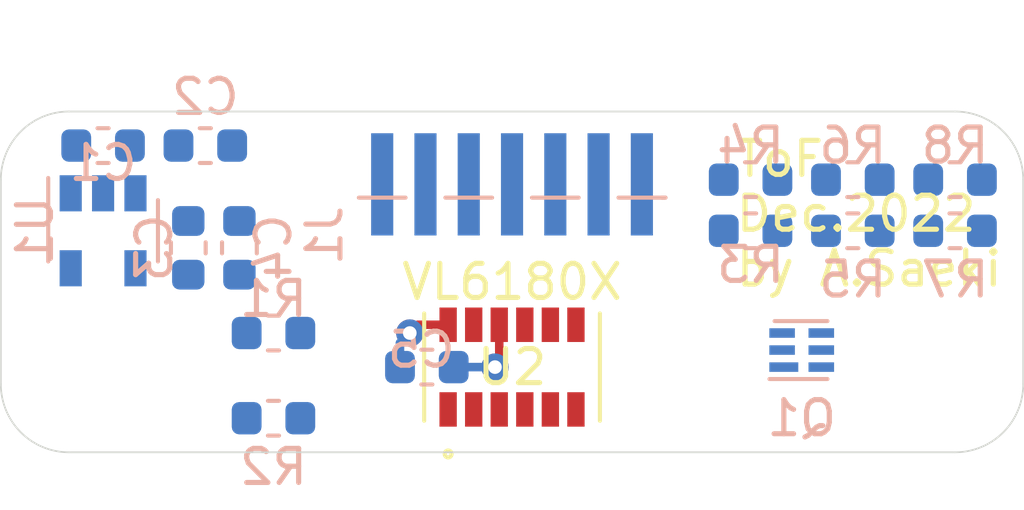
<source format=kicad_pcb>
(kicad_pcb (version 20211014) (generator pcbnew)
  (layers (0 "F.Cu" signal) (31 "B.Cu" signal) (34 "B.Paste" user) (35 "F.Paste" user) (36 "B.SilkS" user "B.Silkscreen") (37 "F.SilkS" user "F.Silkscreen") (38 "B.Mask" user) (39 "F.Mask" user) (44 "Edge.Cuts" user))
  (net 0 "")
  (net 1 "GND")
  (net 2 "VCC")
  (net 3 "Net-(C3-Pad1)")
  (net 4 "VDD")
  (net 5 "Net-(J1-Pad7)")
  (net 6 "Net-(J1-Pad6)")
  (net 7 "Net-(J1-Pad5)")
  (net 8 "Net-(J1-Pad4)")
  (net 9 "Net-(Q1-Pad4)")
  (net 10 "Net-(Q1-Pad1)")
  (net 11 "Net-(R5-Pad2)")
  (net 12 "Net-(R6-Pad2)")
  (footprint "0.main.robot:VL6180XV0NR&slash_1" (layer "F.Cu") (at 130 107.5 90)
    (fp_text reference "U2" (at 0 0 180) (layer "F.SilkS"))
    (fp_text value "VL6180X" (at 2.5 0 180) (layer "F.SilkS"))
    (fp_line (start 1.5748 -2.5781) (end -1.5748 -2.5781) (layer "F.SilkS") (width 0.12))
    (fp_line (start -1.5748 2.5781) (end 1.5748 2.5781) (layer "F.SilkS") (width 0.12))
    (fp_circle (center -2.548599 -1.875) (end -2.446999 -1.875) (layer "F.SilkS") (width 0.12) (fill none))
    (pad "1" smd rect locked (at -1.2422 -1.875 90) (size 1.011199 0.5088) (layers "F.Cu" "F.Paste" "F.Mask") (net 12 "Net-(R6-Pad2)"))
    (pad "2" smd rect locked (at -1.2422 -1.124999 90) (size 1.011199 0.5088) (layers "F.Cu" "F.Paste" "F.Mask"))
    (pad "3" smd rect locked (at -1.2422 -0.375001 90) (size 1.011199 0.5088) (layers "F.Cu" "F.Paste" "F.Mask"))
    (pad "4" smd rect locked (at -1.2422 0.375001 90) (size 1.011199 0.5088) (layers "F.Cu" "F.Paste" "F.Mask") (net 11 "Net-(R5-Pad2)"))
    (pad "5" smd rect locked (at -1.2422 1.124999 90) (size 1.011199 0.5088) (layers "F.Cu" "F.Paste" "F.Mask") (net 10 "Net-(Q1-Pad1)"))
    (pad "6" smd rect locked (at -1.2422 1.875 90) (size 1.011199 0.5088) (layers "F.Cu" "F.Paste" "F.Mask") (net 9 "Net-(Q1-Pad4)"))
    (pad "7" smd rect locked (at 1.2422 1.875 90) (size 1.011199 0.5088) (layers "F.Cu" "F.Paste" "F.Mask"))
    (pad "8" smd rect locked (at 1.2422 1.124999 90) (size 1.011199 0.5088) (layers "F.Cu" "F.Paste" "F.Mask") (net 4 "VDD"))
    (pad "9" smd rect locked (at 1.2422 0.375001 90) (size 1.011199 0.5088) (layers "F.Cu" "F.Paste" "F.Mask") (net 1 "GND"))
    (pad "10" smd rect locked (at 1.2422 -0.375001 90) (size 1.011199 0.5088) (layers "F.Cu" "F.Paste" "F.Mask") (net 4 "VDD"))
    (pad "11" smd rect locked (at 1.2422 -1.124999 90) (size 1.011199 0.5088) (layers "F.Cu" "F.Paste" "F.Mask"))
    (pad "12" smd rect locked (at 1.2422 -1.875 90) (size 1.011199 0.5088) (layers "F.Cu" "F.Paste" "F.Mask") (net 1 "GND"))
  )
  (footprint "Capacitor_SMD:C_0603_1608Metric" (layer "B.Cu") (at 118 101)
    (fp_text reference "C1" (at 0 0.51) (layer "B.SilkS") (effects (justify mirror)))
    (fp_text value "1u")
    (fp_line (start -0.162779 -0.51) (end 0.162779 -0.51) (layer "B.SilkS") (width 0.12))
    (fp_line (start -0.162779 0.51) (end 0.162779 0.51) (layer "B.SilkS") (width 0.12))
    (pad "1" smd roundrect locked (at -0.7875 0) (size 0.875 0.95) (layers "B.Cu" "B.Paste" "B.Mask") (net 2 "VCC"))
    (pad "2" smd roundrect locked (at 0.7875 0) (size 0.875 0.95) (layers "B.Cu" "B.Paste" "B.Mask") (net 1 "GND"))
  )
  (footprint "Capacitor_SMD:C_0603_1608Metric" (layer "B.Cu") (at 121 101 180)
    (fp_text reference "C2" (at 0 1.43) (layer "B.SilkS") (effects (justify mirror)))
    (fp_text value "0.1u")
    (fp_line (start -0.162779 -0.51) (end 0.162779 -0.51) (layer "B.SilkS") (width 0.12))
    (fp_line (start -0.162779 0.51) (end 0.162779 0.51) (layer "B.SilkS") (width 0.12))
    (pad "1" smd roundrect locked (at -0.7875 0 180) (size 0.875 0.95) (layers "B.Cu" "B.Paste" "B.Mask") (net 2 "VCC"))
    (pad "2" smd roundrect locked (at 0.7875 0 180) (size 0.875 0.95) (layers "B.Cu" "B.Paste" "B.Mask") (net 1 "GND"))
  )
  (footprint "Capacitor_SMD:C_0603_1608Metric" (layer "B.Cu") (at 120.5 104 90)
    (fp_text reference "C3" (at 0 -1 90) (layer "B.SilkS") (effects (justify mirror)))
    (fp_text value "0.01u")
    (fp_line (start -0.162779 0.51) (end 0.162779 0.51) (layer "B.SilkS") (width 0.12))
    (fp_line (start -0.162779 -0.51) (end 0.162779 -0.51) (layer "B.SilkS") (width 0.12))
    (pad "1" smd roundrect locked (at -0.7875 0 90) (size 0.875 0.95) (layers "B.Cu" "B.Paste" "B.Mask") (net 3 "Net-(C3-Pad1)"))
    (pad "2" smd roundrect locked (at 0.7875 0 90) (size 0.875 0.95) (layers "B.Cu" "B.Paste" "B.Mask") (net 1 "GND"))
  )
  (footprint "Capacitor_SMD:C_0603_1608Metric" (layer "B.Cu") (at 122 104 90)
    (fp_text reference "C4" (at 0 1 90) (layer "B.SilkS") (effects (justify mirror)))
    (fp_text value "1u")
    (fp_line (start -0.162779 0.51) (end 0.162779 0.51) (layer "B.SilkS") (width 0.12))
    (fp_line (start -0.162779 -0.51) (end 0.162779 -0.51) (layer "B.SilkS") (width 0.12))
    (pad "1" smd roundrect locked (at -0.7875 0 90) (size 0.875 0.95) (layers "B.Cu" "B.Paste" "B.Mask") (net 4 "VDD"))
    (pad "2" smd roundrect locked (at 0.7875 0 90) (size 0.875 0.95) (layers "B.Cu" "B.Paste" "B.Mask") (net 1 "GND"))
  )
  (footprint "Capacitor_SMD:C_0603_1608Metric" (layer "B.Cu") (at 127.5 107.5 180)
    (fp_text reference "C5" (at 0.162779 0.51) (layer "B.SilkS") (effects (justify mirror)))
    (fp_text value "0.1u")
    (fp_line (start -0.162779 -0.51) (end 0.162779 -0.51) (layer "B.SilkS") (width 0.12))
    (fp_line (start -0.162779 0.51) (end 0.162779 0.51) (layer "B.SilkS") (width 0.12))
    (pad "1" smd roundrect locked (at -0.7875 0 180) (size 0.875 0.95) (layers "B.Cu" "B.Paste" "B.Mask") (net 4 "VDD"))
    (pad "2" smd roundrect locked (at 0.7875 0 180) (size 0.875 0.95) (layers "B.Cu" "B.Paste" "B.Mask") (net 1 "GND"))
  )
  (footprint "Package_SON:WSON-6_1.5x1.5mm_P0.5mm" (layer "B.Cu") (at 138.5 107)
    (fp_text reference "Q1" (at 0 2) (layer "B.SilkS") (effects (justify mirror)))
    (fp_text value "SSM6N42FE")
    (fp_line (start -0.945 0.85) (end 0.755 0.85) (layer "B.SilkS") (width 0.12))
    (fp_line (start -0.795 -0.85) (end 0.755 -0.85) (layer "B.SilkS") (width 0.12))
    (pad "1" smd rect locked (at -0.525 0.5 90) (size 0.28 0.85) (layers "B.Cu" "B.Paste" "B.Mask") (net 10 "Net-(Q1-Pad1)"))
    (pad "2" smd rect locked (at -0.575 0 90) (size 0.28 0.75) (layers "B.Cu" "B.Paste" "B.Mask") (net 4 "VDD"))
    (pad "3" smd rect locked (at -0.575 -0.5 90) (size 0.28 0.75) (layers "B.Cu" "B.Paste" "B.Mask") (net 8 "Net-(J1-Pad4)"))
    (pad "4" smd rect locked (at 0.575 -0.5 90) (size 0.28 0.75) (layers "B.Cu" "B.Paste" "B.Mask") (net 9 "Net-(Q1-Pad4)"))
    (pad "5" smd rect locked (at 0.575 0 90) (size 0.28 0.75) (layers "B.Cu" "B.Paste" "B.Mask") (net 4 "VDD"))
    (pad "6" smd rect locked (at 0.575 0.5 90) (size 0.28 0.75) (layers "B.Cu" "B.Paste" "B.Mask") (net 7 "Net-(J1-Pad5)"))
  )
  (footprint "Resistor_SMD:R_0603_1608Metric" (layer "B.Cu") (at 123 106.5)
    (fp_text reference "R1" (at 0 -1) (layer "B.SilkS") (effects (justify mirror)))
    (fp_text value "10k")
    (fp_line (start -0.162779 -0.51) (end 0.162779 -0.51) (layer "B.SilkS") (width 0.12))
    (fp_line (start -0.162779 0.51) (end 0.162779 0.51) (layer "B.SilkS") (width 0.12))
    (pad "1" smd roundrect locked (at -0.7875 0) (size 0.875 0.95) (layers "B.Cu" "B.Paste" "B.Mask") (net 2 "VCC"))
    (pad "2" smd roundrect locked (at 0.7875 0) (size 0.875 0.95) (layers "B.Cu" "B.Paste" "B.Mask") (net 7 "Net-(J1-Pad5)"))
  )
  (footprint "Resistor_SMD:R_0603_1608Metric" (layer "B.Cu") (at 123 109)
    (fp_text reference "R2" (at 0 1.43) (layer "B.SilkS") (effects (justify mirror)))
    (fp_text value "10k")
    (fp_line (start -0.162779 0.51) (end 0.162779 0.51) (layer "B.SilkS") (width 0.12))
    (fp_line (start -0.162779 -0.51) (end 0.162779 -0.51) (layer "B.SilkS") (width 0.12))
    (pad "1" smd roundrect locked (at -0.7875 0) (size 0.875 0.95) (layers "B.Cu" "B.Paste" "B.Mask") (net 2 "VCC"))
    (pad "2" smd roundrect locked (at 0.7875 0) (size 0.875 0.95) (layers "B.Cu" "B.Paste" "B.Mask") (net 8 "Net-(J1-Pad4)"))
  )
  (footprint "Resistor_SMD:R_0603_1608Metric" (layer "B.Cu") (at 137 103.5 180)
    (fp_text reference "R3" (at 0 -1) (layer "B.SilkS") (effects (justify mirror)))
    (fp_text value "10k")
    (fp_line (start -0.162779 -0.51) (end 0.162779 -0.51) (layer "B.SilkS") (width 0.12))
    (fp_line (start -0.162779 0.51) (end 0.162779 0.51) (layer "B.SilkS") (width 0.12))
    (pad "1" smd roundrect locked (at -0.7875 0 180) (size 0.875 0.95) (layers "B.Cu" "B.Paste" "B.Mask") (net 4 "VDD"))
    (pad "2" smd roundrect locked (at 0.7875 0 180) (size 0.875 0.95) (layers "B.Cu" "B.Paste" "B.Mask") (net 10 "Net-(Q1-Pad1)"))
  )
  (footprint "Resistor_SMD:R_0603_1608Metric" (layer "B.Cu") (at 137 102 180)
    (fp_text reference "R4" (at 0 1) (layer "B.SilkS") (effects (justify mirror)))
    (fp_text value "10k")
    (fp_line (start -0.162779 0.51) (end 0.162779 0.51) (layer "B.SilkS") (width 0.12))
    (fp_line (start -0.162779 -0.51) (end 0.162779 -0.51) (layer "B.SilkS") (width 0.12))
    (pad "1" smd roundrect locked (at -0.7875 0 180) (size 0.875 0.95) (layers "B.Cu" "B.Paste" "B.Mask") (net 4 "VDD"))
    (pad "2" smd roundrect locked (at 0.7875 0 180) (size 0.875 0.95) (layers "B.Cu" "B.Paste" "B.Mask") (net 9 "Net-(Q1-Pad4)"))
  )
  (footprint "Resistor_SMD:R_0603_1608Metric" (layer "B.Cu") (at 140 103.5)
    (fp_text reference "R5" (at 0 1.43) (layer "B.SilkS") (effects (justify mirror)))
    (fp_text value "47k")
    (fp_line (start -0.162779 -0.51) (end 0.162779 -0.51) (layer "B.SilkS") (width 0.12))
    (fp_line (start -0.162779 0.51) (end 0.162779 0.51) (layer "B.SilkS") (width 0.12))
    (pad "1" smd roundrect locked (at -0.7875 0) (size 0.875 0.95) (layers "B.Cu" "B.Paste" "B.Mask") (net 4 "VDD"))
    (pad "2" smd roundrect locked (at 0.7875 0) (size 0.875 0.95) (layers "B.Cu" "B.Paste" "B.Mask") (net 11 "Net-(R5-Pad2)"))
  )
  (footprint "Resistor_SMD:R_0603_1608Metric" (layer "B.Cu") (at 140 102)
    (fp_text reference "R6" (at 0 -1) (layer "B.SilkS") (effects (justify mirror)))
    (fp_text value "47k")
    (fp_line (start -0.162779 -0.51) (end 0.162779 -0.51) (layer "B.SilkS") (width 0.12))
    (fp_line (start -0.162779 0.51) (end 0.162779 0.51) (layer "B.SilkS") (width 0.12))
    (pad "1" smd roundrect locked (at -0.7875 0) (size 0.875 0.95) (layers "B.Cu" "B.Paste" "B.Mask") (net 4 "VDD"))
    (pad "2" smd roundrect locked (at 0.7875 0) (size 0.875 0.95) (layers "B.Cu" "B.Paste" "B.Mask") (net 12 "Net-(R6-Pad2)"))
  )
  (footprint "Resistor_SMD:R_0603_1608Metric" (layer "B.Cu") (at 143 103.5)
    (fp_text reference "R7" (at 0 1.43) (layer "B.SilkS") (effects (justify mirror)))
    (fp_text value "1k")
    (fp_line (start -0.162779 0.51) (end 0.162779 0.51) (layer "B.SilkS") (width 0.12))
    (fp_line (start -0.162779 -0.51) (end 0.162779 -0.51) (layer "B.SilkS") (width 0.12))
    (pad "1" smd roundrect locked (at -0.7875 0) (size 0.875 0.95) (layers "B.Cu" "B.Paste" "B.Mask") (net 11 "Net-(R5-Pad2)"))
    (pad "2" smd roundrect locked (at 0.7875 0) (size 0.875 0.95) (layers "B.Cu" "B.Paste" "B.Mask") (net 6 "Net-(J1-Pad6)"))
  )
  (footprint "Resistor_SMD:R_0603_1608Metric" (layer "B.Cu") (at 143 102)
    (fp_text reference "R8" (at 0 -1) (layer "B.SilkS") (effects (justify mirror)))
    (fp_text value "1k")
    (fp_line (start -0.162779 -0.51) (end 0.162779 -0.51) (layer "B.SilkS") (width 0.12))
    (fp_line (start -0.162779 0.51) (end 0.162779 0.51) (layer "B.SilkS") (width 0.12))
    (pad "1" smd roundrect locked (at -0.7875 0) (size 0.875 0.95) (layers "B.Cu" "B.Paste" "B.Mask") (net 12 "Net-(R6-Pad2)"))
    (pad "2" smd roundrect locked (at 0.7875 0) (size 0.875 0.95) (layers "B.Cu" "B.Paste" "B.Mask") (net 5 "Net-(J1-Pad7)"))
  )
  (footprint "Package_TO_SOT_SMD:SOT-23-5" (layer "B.Cu") (at 118 103.5 -90)
    (fp_text reference "U1" (at 0 2 90) (layer "B.SilkS") (effects (justify mirror)))
    (fp_text value "Si91841")
    (fp_line (start 0.9 1.61) (end -1.55 1.61) (layer "B.SilkS") (width 0.12))
    (fp_line (start -0.9 -1.61) (end 0.9 -1.61) (layer "B.SilkS") (width 0.12))
    (pad "1" smd rect locked (at -1.1 0.95 270) (size 1.06 0.65) (layers "B.Cu" "B.Paste" "B.Mask") (net 2 "VCC"))
    (pad "2" smd rect locked (at -1.1 0 270) (size 1.06 0.65) (layers "B.Cu" "B.Paste" "B.Mask") (net 1 "GND"))
    (pad "3" smd rect locked (at -1.1 -0.95 270) (size 1.06 0.65) (layers "B.Cu" "B.Paste" "B.Mask") (net 2 "VCC"))
    (pad "4" smd rect locked (at 1.1 -0.95 270) (size 1.06 0.65) (layers "B.Cu" "B.Paste" "B.Mask") (net 3 "Net-(C3-Pad1)"))
    (pad "5" smd rect locked (at 1.1 0.95 270) (size 1.06 0.65) (layers "B.Cu" "B.Paste" "B.Mask") (net 4 "VDD"))
  )
  (footprint "0.main.robot:Pin_1x07_P1.27mm_SMD" (layer "B.Cu") (at 130 103.6375 -90)
    (fp_text reference "J1" (at 0 5.505 90) (layer "B.SilkS") (effects (justify mirror)))
    (fp_text value "Conn_01x07")
    (fp_line (start -1.11 -4.395) (end -1.11 -4.505) (layer "B.SilkS") (width 0.12))
    (fp_line (start -1.11 -0.585) (end -1.11 -1.955) (layer "B.SilkS") (width 0.12))
    (fp_line (start -1.11 4.495) (end -1.11 3.125) (layer "B.SilkS") (width 0.12))
    (fp_line (start -1.11 -3.125) (end -1.11 -4.495) (layer "B.SilkS") (width 0.12))
    (fp_line (start -1.11 1.955) (end -1.11 0.585) (layer "B.SilkS") (width 0.12))
    (pad "1" smd rect locked (at -1.5 3.81 270) (size 3 0.65) (layers "B.Cu" "B.Paste" "B.Mask"))
    (pad "2" smd rect locked (at -1.5 2.54 270) (size 3 0.65) (layers "B.Cu" "B.Paste" "B.Mask") (net 2 "VCC"))
    (pad "3" smd rect locked (at -1.5 1.27 270) (size 3 0.65) (layers "B.Cu" "B.Paste" "B.Mask") (net 1 "GND"))
    (pad "4" smd rect locked (at -1.5 0 270) (size 3 0.65) (layers "B.Cu" "B.Paste" "B.Mask") (net 8 "Net-(J1-Pad4)"))
    (pad "5" smd rect locked (at -1.5 -1.27 270) (size 3 0.65) (layers "B.Cu" "B.Paste" "B.Mask") (net 7 "Net-(J1-Pad5)"))
    (pad "6" smd rect locked (at -1.5 -2.54 270) (size 3 0.65) (layers "B.Cu" "B.Paste" "B.Mask") (net 6 "Net-(J1-Pad6)"))
    (pad "7" smd rect locked (at -1.5 -3.81 270) (size 3 0.65) (layers "B.Cu" "B.Paste" "B.Mask") (net 5 "Net-(J1-Pad7)"))
  )
  (gr_arc (start 117.000001 109.999999) (mid 115.585787 109.414213) (end 115.000001 107.999999) (layer "Edge.Cuts") (width 0.05))
  (gr_arc (start 142.999999 100.000001) (mid 144.414213 100.585787) (end 144.999999 102.000001) (layer "Edge.Cuts") (width 0.05))
  (gr_line (start 144.999999 102.000001) (end 144.999999 107.999999) (layer "Edge.Cuts") (width 0.05))
  (gr_line (start 117 100) (end 142.999999 100.000001) (layer "Edge.Cuts") (width 0.05))
  (gr_line (start 142.999999 109.999999) (end 117.000001 109.999999) (layer "Edge.Cuts") (width 0.05))
  (gr_line (start 115.000001 107.999999) (end 115 102) (layer "Edge.Cuts") (width 0.05))
  (gr_arc (start 115 102) (mid 115.585786 100.585786) (end 117 100) (layer "Edge.Cuts") (width 0.05))
  (gr_arc (start 144.999999 107.999999) (mid 144.414213 109.414213) (end 142.999999 109.999999) (layer "Edge.Cuts") (width 0.05))
  (gr_text "ToF\nDec.2022\nby A.Saeki" (at 136.5 103) (layer "F.SilkS") (effects (font (size 1 1)) (justify left)))
  (segment (start 128.125 106.2578) (end 127.2422 106.2578) (width 0.25) (layer "F.Cu") (net 1))
  (segment (start 127.2422 106.2578) (end 127 106.5) (width 0.25) (layer "F.Cu") (net 1))
  (via (at 127 106.5) (size 0.8) (drill 0.4) (layers "F.Cu" "B.Cu") (net 1))
  (segment (start 126.7125 107.5) (end 126.7125 106.7875) (width 0.25) (layer "B.Cu") (net 1))
  (segment (start 126.7125 106.7875) (end 127 106.5) (width 0.25) (layer "B.Cu") (net 1))
  (segment (start 129.624999 107.375001) (end 129.5 107.5) (width 0.25) (layer "F.Cu") (net 4))
  (segment (start 129.624999 106.2578) (end 129.624999 107.375001) (width 0.25) (layer "F.Cu") (net 4))
  (via (at 129.5 107.5) (size 0.8) (drill 0.4) (layers "F.Cu" "B.Cu") (net 4))
  (segment (start 128.2875 107.5) (end 129.5 107.5) (width 0.25) (layer "B.Cu") (net 4))
)
</source>
